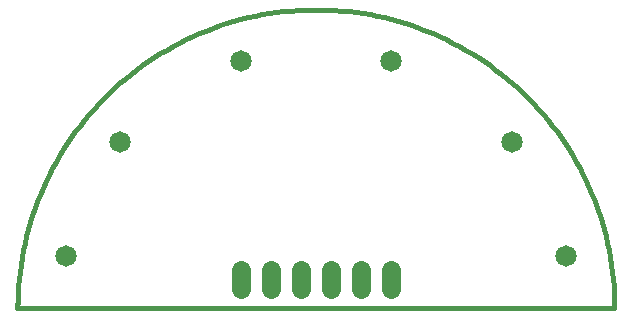
<source format=gbl>
G75*
%MOIN*%
%OFA0B0*%
%FSLAX25Y25*%
%IPPOS*%
%LPD*%
%AMOC8*
5,1,8,0,0,1.08239X$1,22.5*
%
%ADD10C,0.01600*%
%ADD11C,0.07124*%
%ADD12C,0.06400*%
D10*
X0001800Y0035590D02*
X0200800Y0035590D01*
X0200770Y0038013D01*
X0200682Y0040434D01*
X0200535Y0042853D01*
X0200328Y0045267D01*
X0200063Y0047676D01*
X0199740Y0050077D01*
X0199358Y0052470D01*
X0198918Y0054853D01*
X0198420Y0057224D01*
X0197864Y0059583D01*
X0197251Y0061927D01*
X0196581Y0064256D01*
X0195855Y0066568D01*
X0195073Y0068861D01*
X0194235Y0071134D01*
X0193342Y0073387D01*
X0192394Y0075617D01*
X0191392Y0077823D01*
X0190337Y0080005D01*
X0189229Y0082160D01*
X0188069Y0084287D01*
X0186857Y0086386D01*
X0185595Y0088454D01*
X0184283Y0090491D01*
X0182921Y0092495D01*
X0181511Y0094466D01*
X0180054Y0096402D01*
X0178550Y0098301D01*
X0177000Y0100164D01*
X0175405Y0101988D01*
X0173766Y0103773D01*
X0172084Y0105517D01*
X0170360Y0107220D01*
X0168596Y0108881D01*
X0166791Y0110498D01*
X0164947Y0112070D01*
X0163066Y0113598D01*
X0161148Y0115079D01*
X0159195Y0116512D01*
X0157207Y0117898D01*
X0155186Y0119235D01*
X0153134Y0120523D01*
X0151050Y0121760D01*
X0148937Y0122945D01*
X0146796Y0124080D01*
X0144627Y0125161D01*
X0142433Y0126190D01*
X0140215Y0127164D01*
X0137973Y0128085D01*
X0135710Y0128951D01*
X0133427Y0129761D01*
X0131124Y0130515D01*
X0128804Y0131213D01*
X0126467Y0131855D01*
X0124115Y0132439D01*
X0121750Y0132966D01*
X0119373Y0133435D01*
X0116985Y0133846D01*
X0114588Y0134199D01*
X0112182Y0134493D01*
X0109771Y0134729D01*
X0107354Y0134906D01*
X0104934Y0135024D01*
X0102512Y0135083D01*
X0100088Y0135083D01*
X0097666Y0135024D01*
X0095246Y0134906D01*
X0092829Y0134729D01*
X0090418Y0134493D01*
X0088012Y0134199D01*
X0085615Y0133846D01*
X0083227Y0133435D01*
X0080850Y0132966D01*
X0078485Y0132439D01*
X0076133Y0131855D01*
X0073796Y0131213D01*
X0071476Y0130515D01*
X0069173Y0129761D01*
X0066890Y0128951D01*
X0064627Y0128085D01*
X0062385Y0127164D01*
X0060167Y0126190D01*
X0057973Y0125161D01*
X0055804Y0124080D01*
X0053663Y0122945D01*
X0051550Y0121760D01*
X0049466Y0120523D01*
X0047414Y0119235D01*
X0045393Y0117898D01*
X0043405Y0116512D01*
X0041452Y0115079D01*
X0039534Y0113598D01*
X0037653Y0112070D01*
X0035809Y0110498D01*
X0034004Y0108881D01*
X0032240Y0107220D01*
X0030516Y0105517D01*
X0028834Y0103773D01*
X0027195Y0101988D01*
X0025600Y0100164D01*
X0024050Y0098301D01*
X0022546Y0096402D01*
X0021089Y0094466D01*
X0019679Y0092495D01*
X0018317Y0090491D01*
X0017005Y0088454D01*
X0015743Y0086386D01*
X0014531Y0084287D01*
X0013371Y0082160D01*
X0012263Y0080005D01*
X0011208Y0077823D01*
X0010206Y0075617D01*
X0009258Y0073387D01*
X0008365Y0071134D01*
X0007527Y0068861D01*
X0006745Y0066568D01*
X0006019Y0064256D01*
X0005349Y0061927D01*
X0004736Y0059583D01*
X0004180Y0057224D01*
X0003682Y0054853D01*
X0003242Y0052470D01*
X0002860Y0050077D01*
X0002537Y0047676D01*
X0002272Y0045267D01*
X0002065Y0042853D01*
X0001918Y0040434D01*
X0001830Y0038013D01*
X0001800Y0035590D01*
X0001800Y0035840D02*
X0001800Y0036840D01*
D11*
X0017917Y0053073D03*
X0035889Y0091013D03*
X0076333Y0117977D03*
X0126267Y0117977D03*
X0166711Y0091013D03*
X0184683Y0053073D03*
D12*
X0126200Y0048200D02*
X0126200Y0041800D01*
X0116200Y0041800D02*
X0116200Y0048200D01*
X0106200Y0048200D02*
X0106200Y0041800D01*
X0096200Y0041800D02*
X0096200Y0048200D01*
X0086200Y0048200D02*
X0086200Y0041800D01*
X0076200Y0041800D02*
X0076200Y0048200D01*
M02*

</source>
